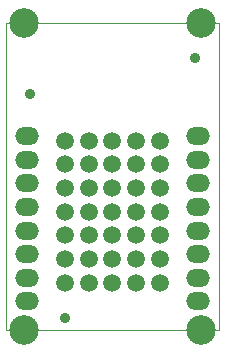
<source format=gbr>
G04 #@! TF.GenerationSoftware,KiCad,Pcbnew,6.0.10+dfsg-1~bpo11+1*
G04 #@! TF.ProjectId,mag,6d61672e-6b69-4636-9164-5f7063625858,rev?*
G04 #@! TF.SameCoordinates,Original*
G04 #@! TF.FileFunction,Soldermask,Top*
G04 #@! TF.FilePolarity,Negative*
%FSLAX46Y46*%
G04 Gerber Fmt 4.6, Leading zero omitted, Abs format (unit mm)*
%MOMM*%
%LPD*%
G01*
G04 APERTURE LIST*
G04 #@! TA.AperFunction,Profile*
%ADD10C,0.120000*%
G04 #@! TD*
%ADD11C,0.900000*%
%ADD12C,2.500000*%
%ADD13C,1.500000*%
%ADD14O,2.000000X1.500000*%
G04 APERTURE END LIST*
D10*
X126500000Y-100000000D02*
X144500000Y-100000000D01*
X144500000Y-100000000D02*
X144500000Y-126000000D01*
X144500000Y-126000000D02*
X126500000Y-126000000D01*
X126500000Y-126000000D02*
X126500000Y-100000000D01*
D11*
X142500000Y-103000000D03*
X131500000Y-125000000D03*
X128500000Y-106000000D03*
D12*
X128000000Y-100000000D03*
X143000000Y-100000000D03*
X143000000Y-126000000D03*
X128000000Y-126000000D03*
D13*
X139500000Y-118000000D03*
X135500000Y-122000000D03*
X139500000Y-116000000D03*
X135500000Y-118000000D03*
X139500000Y-112000000D03*
X137500000Y-116000000D03*
X137500000Y-122000000D03*
X133500000Y-122000000D03*
X139500000Y-122000000D03*
X137500000Y-112000000D03*
X135500000Y-110000000D03*
X131500000Y-114000000D03*
X137500000Y-110000000D03*
X135500000Y-112000000D03*
X139500000Y-114000000D03*
X131500000Y-116000000D03*
X139500000Y-110000000D03*
X135500000Y-116000000D03*
X137500000Y-120000000D03*
X133500000Y-118000000D03*
X133500000Y-114000000D03*
X137500000Y-114000000D03*
X131500000Y-118000000D03*
X135500000Y-120000000D03*
X131500000Y-112000000D03*
X133500000Y-110000000D03*
X131500000Y-110000000D03*
X133500000Y-116000000D03*
X137500000Y-118000000D03*
X131500000Y-120000000D03*
X135500000Y-114000000D03*
X133500000Y-112000000D03*
X133500000Y-120000000D03*
X131500000Y-122000000D03*
X139500000Y-120000000D03*
D14*
X128250000Y-109600000D03*
X128250000Y-111600000D03*
X128250000Y-113600000D03*
X128250000Y-115600000D03*
X128250000Y-117600000D03*
X128250000Y-119600000D03*
X128250000Y-121600000D03*
X128250000Y-123600000D03*
X142750000Y-123600000D03*
X142750000Y-121600000D03*
X142750000Y-119600000D03*
X142750000Y-117600000D03*
X142750000Y-115600000D03*
X142750000Y-113600000D03*
X142750000Y-111600000D03*
X142750000Y-109600000D03*
M02*

</source>
